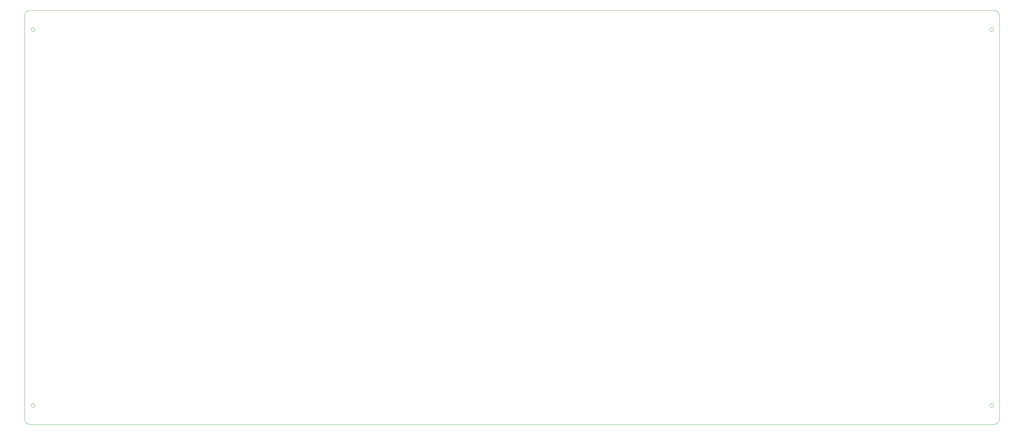
<source format=gm1>
%TF.GenerationSoftware,KiCad,Pcbnew,(6.0.0)*%
%TF.CreationDate,2022-08-26T03:08:24-07:00*%
%TF.ProjectId,HandwireCustom,48616e64-7769-4726-9543-7573746f6d2e,rev?*%
%TF.SameCoordinates,Original*%
%TF.FileFunction,Profile,NP*%
%FSLAX46Y46*%
G04 Gerber Fmt 4.6, Leading zero omitted, Abs format (unit mm)*
G04 Created by KiCad (PCBNEW (6.0.0)) date 2022-08-26 03:08:24*
%MOMM*%
%LPD*%
G01*
G04 APERTURE LIST*
%TA.AperFunction,Profile*%
%ADD10C,0.100000*%
%TD*%
%TA.AperFunction,Profile*%
%ADD11C,0.050000*%
%TD*%
G04 APERTURE END LIST*
D10*
X352425000Y-205581250D02*
G75*
G03*
X354012500Y-203993750I0J1587500D01*
G01*
X69850000Y-84137500D02*
G75*
G03*
X68262500Y-85725000I0J-1587500D01*
G01*
D11*
X352326000Y-89750000D02*
G75*
G03*
X352326000Y-89750000I-576000J0D01*
G01*
D10*
X352425000Y-205581250D02*
X69850000Y-205581250D01*
D11*
X71326000Y-200000000D02*
G75*
G03*
X71326000Y-200000000I-576000J0D01*
G01*
X71326000Y-89750000D02*
G75*
G03*
X71326000Y-89750000I-576000J0D01*
G01*
D10*
X354012500Y-85725000D02*
G75*
G03*
X352425000Y-84137500I-1587500J0D01*
G01*
X354012500Y-85725000D02*
X354012500Y-203993750D01*
X68262500Y-203993750D02*
G75*
G03*
X69850000Y-205581250I1587500J0D01*
G01*
D11*
X352326000Y-200000000D02*
G75*
G03*
X352326000Y-200000000I-576000J0D01*
G01*
D10*
X68262500Y-203993750D02*
X68262500Y-85725000D01*
X69850000Y-84137500D02*
X352425000Y-84137500D01*
M02*

</source>
